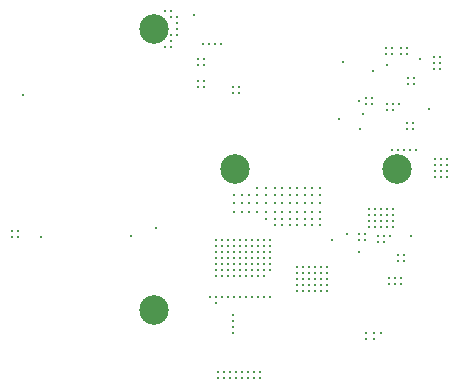
<source format=gbr>
G04 Layer_Color=0*
%FSLAX25Y25*%
%MOIN*%
%TF.FileFunction,PTH,Drill*%
%TF.Part,Single*%
G01*
G75*
%TA.AperFunction,OtherDrill*%
%ADD74C,0.09843*%
%TA.AperFunction,ViaDrill*%
%ADD75C,0.01000*%
D74*
X86201Y86201D02*
D03*
X59183Y39405D02*
D03*
X140236Y86201D02*
D03*
X59183Y132997D02*
D03*
D75*
X15500Y111000D02*
D03*
X148000Y123000D02*
D03*
X60000Y66500D02*
D03*
X92000Y50500D02*
D03*
X80000D02*
D03*
X82000D02*
D03*
X84000D02*
D03*
X86000D02*
D03*
X88000D02*
D03*
X90000D02*
D03*
X94000D02*
D03*
X96000D02*
D03*
X98000Y52500D02*
D03*
Y54500D02*
D03*
Y56500D02*
D03*
Y58500D02*
D03*
Y60500D02*
D03*
Y62500D02*
D03*
X96000Y52500D02*
D03*
Y54500D02*
D03*
Y56500D02*
D03*
Y58500D02*
D03*
Y60500D02*
D03*
Y62500D02*
D03*
X94000D02*
D03*
X92000D02*
D03*
X90000D02*
D03*
X86000D02*
D03*
X88000D02*
D03*
X84000D02*
D03*
X82000D02*
D03*
X80000D02*
D03*
Y60500D02*
D03*
X82000D02*
D03*
X84000D02*
D03*
X86000D02*
D03*
X88000D02*
D03*
X90000D02*
D03*
X94000Y52500D02*
D03*
Y54500D02*
D03*
Y56500D02*
D03*
X92000Y60500D02*
D03*
X94000D02*
D03*
Y58500D02*
D03*
X114500Y67500D02*
D03*
X112000D02*
D03*
X109500D02*
D03*
X107000D02*
D03*
X104500D02*
D03*
X102000D02*
D03*
X99500D02*
D03*
X96500Y69500D02*
D03*
X99500D02*
D03*
X102000D02*
D03*
X99500Y80000D02*
D03*
X93500D02*
D03*
X121000Y103000D02*
D03*
X75500Y128000D02*
D03*
X77500D02*
D03*
X79500D02*
D03*
X81500D02*
D03*
X85500Y111500D02*
D03*
X87500D02*
D03*
X85500Y113500D02*
D03*
X87500D02*
D03*
X146500Y92500D02*
D03*
X144500D02*
D03*
X142500D02*
D03*
X140500D02*
D03*
X138500D02*
D03*
X74000Y113500D02*
D03*
X76000D02*
D03*
Y115500D02*
D03*
X74000D02*
D03*
Y121000D02*
D03*
X76000D02*
D03*
Y123000D02*
D03*
X74000D02*
D03*
X143500Y124500D02*
D03*
Y126500D02*
D03*
X141500Y124500D02*
D03*
Y126500D02*
D03*
X137000Y121000D02*
D03*
X136500Y126500D02*
D03*
Y124500D02*
D03*
X138500D02*
D03*
Y126500D02*
D03*
X127500Y109000D02*
D03*
X132143Y119000D02*
D03*
X130000Y110000D02*
D03*
Y108000D02*
D03*
X128000Y99500D02*
D03*
X144000Y114500D02*
D03*
X146000D02*
D03*
X144000Y116500D02*
D03*
X146000D02*
D03*
X150827Y106173D02*
D03*
X137000Y106000D02*
D03*
X139000D02*
D03*
Y108000D02*
D03*
X141000D02*
D03*
X137000D02*
D03*
X132000Y110000D02*
D03*
Y108000D02*
D03*
X145500Y99500D02*
D03*
Y101500D02*
D03*
X143500Y99500D02*
D03*
Y101500D02*
D03*
X129000Y104500D02*
D03*
X122173Y122000D02*
D03*
X67000Y131000D02*
D03*
Y133000D02*
D03*
Y135000D02*
D03*
Y137000D02*
D03*
X65000D02*
D03*
Y131000D02*
D03*
Y129000D02*
D03*
Y127000D02*
D03*
X63000D02*
D03*
X65000Y139000D02*
D03*
X63000D02*
D03*
X154500Y121500D02*
D03*
Y123500D02*
D03*
X152500D02*
D03*
Y121500D02*
D03*
Y119500D02*
D03*
X154500D02*
D03*
X72500Y137500D02*
D03*
X86000Y77500D02*
D03*
X88500D02*
D03*
X91000D02*
D03*
X93500D02*
D03*
X96500D02*
D03*
X99500D02*
D03*
X102000D02*
D03*
X104500D02*
D03*
X107000D02*
D03*
X109500D02*
D03*
Y80000D02*
D03*
X107000D02*
D03*
X104500D02*
D03*
X102000D02*
D03*
X96500D02*
D03*
X131000Y73000D02*
D03*
X133000D02*
D03*
X135000D02*
D03*
X139000D02*
D03*
X137000D02*
D03*
X139000Y71000D02*
D03*
X137000D02*
D03*
X135000D02*
D03*
X133000D02*
D03*
X131000D02*
D03*
Y69000D02*
D03*
X133000D02*
D03*
X135000D02*
D03*
X137000D02*
D03*
X139000D02*
D03*
Y67000D02*
D03*
X137000D02*
D03*
X135000D02*
D03*
X133000D02*
D03*
X131000D02*
D03*
X112000Y80000D02*
D03*
X114500D02*
D03*
Y77500D02*
D03*
X112000D02*
D03*
X114500Y75000D02*
D03*
X112000D02*
D03*
X109500D02*
D03*
X107000D02*
D03*
X104500D02*
D03*
X102000D02*
D03*
X99500D02*
D03*
X96500D02*
D03*
X93500D02*
D03*
X91000D02*
D03*
X88500D02*
D03*
X86000D02*
D03*
Y72000D02*
D03*
X88500D02*
D03*
X91000D02*
D03*
X93500D02*
D03*
X96500D02*
D03*
X99500D02*
D03*
X102000D02*
D03*
X104500D02*
D03*
X107000D02*
D03*
X109500D02*
D03*
X112000D02*
D03*
X114500D02*
D03*
Y69500D02*
D03*
X112000D02*
D03*
X109500D02*
D03*
X107000D02*
D03*
X104500D02*
D03*
X129500Y64500D02*
D03*
X127500D02*
D03*
Y62500D02*
D03*
X129500D02*
D03*
X142500Y55500D02*
D03*
X140500D02*
D03*
X142500Y57500D02*
D03*
X140500D02*
D03*
X136000Y62000D02*
D03*
X134000D02*
D03*
X138000Y64000D02*
D03*
X136000D02*
D03*
X134000D02*
D03*
X127500Y58500D02*
D03*
X145000Y64000D02*
D03*
X118500Y62500D02*
D03*
X123500Y64500D02*
D03*
X115000Y53500D02*
D03*
X113000D02*
D03*
X111000D02*
D03*
X109000D02*
D03*
X115000Y51500D02*
D03*
X113000D02*
D03*
X111000D02*
D03*
X109000D02*
D03*
X107000Y53500D02*
D03*
Y51500D02*
D03*
Y49500D02*
D03*
X109000D02*
D03*
X111000D02*
D03*
X113000D02*
D03*
X115000D02*
D03*
Y47500D02*
D03*
X113000D02*
D03*
X111000D02*
D03*
X109000D02*
D03*
X107000D02*
D03*
X115000Y45500D02*
D03*
X113000D02*
D03*
X111000D02*
D03*
X109000D02*
D03*
X107000D02*
D03*
X137500Y50000D02*
D03*
X139500D02*
D03*
X141500D02*
D03*
X137500Y48000D02*
D03*
X139500D02*
D03*
X141500D02*
D03*
X85500Y37500D02*
D03*
Y35500D02*
D03*
Y33500D02*
D03*
Y31500D02*
D03*
X94500Y18500D02*
D03*
X92500D02*
D03*
Y16500D02*
D03*
X94500D02*
D03*
X90500Y18500D02*
D03*
Y16500D02*
D03*
X88500D02*
D03*
X117000Y53500D02*
D03*
Y51500D02*
D03*
Y49500D02*
D03*
Y47500D02*
D03*
Y45500D02*
D03*
X88500Y18500D02*
D03*
X86500D02*
D03*
Y16500D02*
D03*
X84500D02*
D03*
Y18500D02*
D03*
X82500D02*
D03*
Y16500D02*
D03*
X80500D02*
D03*
Y18500D02*
D03*
X21500Y63500D02*
D03*
X51500Y64000D02*
D03*
X94000Y43500D02*
D03*
X92000D02*
D03*
X90000D02*
D03*
X88000D02*
D03*
X86000D02*
D03*
X84000D02*
D03*
X82000D02*
D03*
X80000D02*
D03*
X78000D02*
D03*
X80000Y41500D02*
D03*
X96000Y43500D02*
D03*
X98000D02*
D03*
X92000Y56500D02*
D03*
X90000D02*
D03*
X88000D02*
D03*
X86000D02*
D03*
X84000D02*
D03*
X82000D02*
D03*
X80000D02*
D03*
Y54500D02*
D03*
X82000D02*
D03*
X84000D02*
D03*
X86000D02*
D03*
X88000D02*
D03*
X90000D02*
D03*
X92000D02*
D03*
Y52500D02*
D03*
X90000D02*
D03*
X88000D02*
D03*
X86000D02*
D03*
X84000D02*
D03*
X82000D02*
D03*
X80000D02*
D03*
Y58500D02*
D03*
X82000D02*
D03*
X84000D02*
D03*
X86000D02*
D03*
X88000D02*
D03*
X90000D02*
D03*
X92000D02*
D03*
X157000Y83500D02*
D03*
X155000D02*
D03*
X153000D02*
D03*
X157000Y85500D02*
D03*
X155000D02*
D03*
X153000D02*
D03*
Y87500D02*
D03*
X155000D02*
D03*
X157000D02*
D03*
Y89500D02*
D03*
X155000D02*
D03*
X153000D02*
D03*
X12000Y65500D02*
D03*
X14000D02*
D03*
Y63500D02*
D03*
X12000D02*
D03*
X130000Y31500D02*
D03*
X132500D02*
D03*
X130000Y29500D02*
D03*
X132500D02*
D03*
X135000Y31500D02*
D03*
%TF.MD5,22CBF35D2A3BE1F383A2C3AA465608BD*%
M02*

</source>
